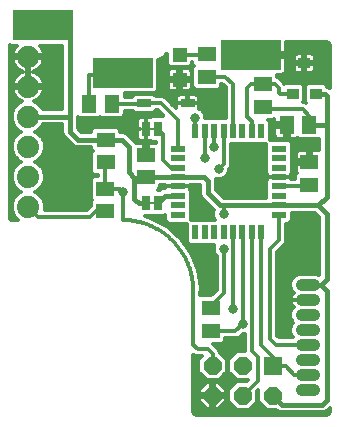
<source format=gtl>
G75*
%MOIN*%
%OFA0B0*%
%FSLAX25Y25*%
%IPPOS*%
%LPD*%
%AMOC8*
5,1,8,0,0,1.08239X$1,22.5*
%
%ADD10R,0.05906X0.05118*%
%ADD11R,0.05118X0.05906*%
%ADD12R,0.05000X0.02200*%
%ADD13R,0.02200X0.05000*%
%ADD14R,0.03937X0.03543*%
%ADD15C,0.04000*%
%ADD16R,0.20000X0.10000*%
%ADD17R,0.04724X0.02756*%
%ADD18R,0.04724X0.04724*%
%ADD19R,0.06000X0.06000*%
%ADD20OC8,0.06000*%
%ADD21C,0.07400*%
%ADD22C,0.00800*%
%ADD23R,0.02500X0.05000*%
%ADD24C,0.01200*%
%ADD25C,0.01600*%
%ADD26C,0.03169*%
D10*
X0061970Y0076660D03*
X0061970Y0084141D03*
X0062012Y0093017D03*
X0062012Y0100497D03*
X0075572Y0095379D03*
X0075572Y0087899D03*
X0114347Y0111517D03*
X0114347Y0118997D03*
X0095725Y0121427D03*
X0095725Y0128907D03*
X0129953Y0092961D03*
X0129953Y0085481D03*
X0097135Y0044238D03*
X0097135Y0036757D03*
D11*
X0122453Y0105320D03*
X0129934Y0105320D03*
X0064075Y0112462D03*
X0056595Y0112462D03*
D12*
X0086049Y0097493D03*
X0086049Y0094344D03*
X0086049Y0091194D03*
X0086049Y0088045D03*
X0086049Y0084895D03*
X0086049Y0081745D03*
X0086049Y0078596D03*
X0086049Y0075446D03*
X0119849Y0075446D03*
X0119849Y0078596D03*
X0119849Y0081745D03*
X0119849Y0084895D03*
X0119849Y0088045D03*
X0119849Y0091194D03*
X0119849Y0094344D03*
X0119849Y0097493D03*
D13*
X0113973Y0103370D03*
X0110823Y0103370D03*
X0107674Y0103370D03*
X0104524Y0103370D03*
X0101375Y0103370D03*
X0098225Y0103370D03*
X0095075Y0103370D03*
X0091926Y0103370D03*
X0091926Y0069570D03*
X0095075Y0069570D03*
X0098225Y0069570D03*
X0101375Y0069570D03*
X0104524Y0069570D03*
X0107674Y0069570D03*
X0110823Y0069570D03*
X0113973Y0069570D03*
D14*
X0124351Y0115726D03*
X0132225Y0115726D03*
X0128288Y0125962D03*
D15*
X0127438Y0052033D02*
X0131438Y0052033D01*
X0131438Y0047033D02*
X0127438Y0047033D01*
X0127438Y0042033D02*
X0131438Y0042033D01*
X0131438Y0037033D02*
X0127438Y0037033D01*
X0127438Y0032033D02*
X0131438Y0032033D01*
X0131438Y0027033D02*
X0127438Y0027033D01*
X0127438Y0022033D02*
X0131438Y0022033D01*
X0131438Y0017033D02*
X0127438Y0017033D01*
D16*
X0067713Y0122844D03*
X0041198Y0138592D03*
X0110627Y0128749D03*
D17*
X0089363Y0112651D03*
X0074796Y0112651D03*
D18*
X0086725Y0120533D03*
X0086725Y0128801D03*
D19*
X0117725Y0025167D03*
D20*
X0107725Y0025167D03*
X0097725Y0025167D03*
X0097725Y0015167D03*
X0107725Y0015167D03*
X0117725Y0015167D03*
D21*
X0036225Y0078167D03*
X0036225Y0088167D03*
X0036225Y0098167D03*
X0036225Y0108167D03*
X0036225Y0118167D03*
X0036225Y0128167D03*
D22*
X0075875Y0104117D02*
X0078875Y0104117D01*
X0078975Y0079367D02*
X0075975Y0079367D01*
D23*
X0075475Y0079367D03*
X0079475Y0079367D03*
X0079375Y0104117D03*
X0075375Y0104117D03*
D24*
X0069225Y0073667D02*
X0069792Y0073624D01*
X0070359Y0073567D01*
X0070923Y0073497D01*
X0071486Y0073413D01*
X0072047Y0073315D01*
X0072605Y0073204D01*
X0073160Y0073079D01*
X0073712Y0072941D01*
X0074261Y0072790D01*
X0074805Y0072625D01*
X0075346Y0072448D01*
X0075882Y0072257D01*
X0076414Y0072053D01*
X0076940Y0071837D01*
X0077461Y0071608D01*
X0077976Y0071367D01*
X0078485Y0071113D01*
X0078988Y0070847D01*
X0079485Y0070568D01*
X0079974Y0070278D01*
X0080457Y0069976D01*
X0080932Y0069663D01*
X0081399Y0069338D01*
X0081858Y0069002D01*
X0082309Y0068655D01*
X0082752Y0068297D01*
X0083185Y0067929D01*
X0083610Y0067550D01*
X0084025Y0067161D01*
X0084431Y0066762D01*
X0084827Y0066354D01*
X0085214Y0065936D01*
X0085589Y0065509D01*
X0085955Y0065073D01*
X0086310Y0064628D01*
X0086654Y0064174D01*
X0086987Y0063713D01*
X0087308Y0063244D01*
X0087619Y0062767D01*
X0087917Y0062282D01*
X0088204Y0061791D01*
X0088479Y0061292D01*
X0088742Y0060788D01*
X0088992Y0060277D01*
X0089230Y0059760D01*
X0089456Y0059237D01*
X0089669Y0058710D01*
X0089869Y0058177D01*
X0090056Y0057640D01*
X0090230Y0057098D01*
X0090391Y0056552D01*
X0090539Y0056002D01*
X0090673Y0055449D01*
X0090794Y0054893D01*
X0090901Y0054335D01*
X0090995Y0053773D01*
X0091076Y0053210D01*
X0091142Y0052645D01*
X0091195Y0052078D01*
X0091235Y0051511D01*
X0091260Y0050942D01*
X0091272Y0050373D01*
X0091270Y0049804D01*
X0091255Y0049235D01*
X0091225Y0048667D01*
X0091225Y0032167D01*
X0092682Y0030710D01*
X0096182Y0030710D01*
X0097725Y0029167D01*
X0097682Y0025210D01*
X0097725Y0025167D01*
X0101359Y0028321D02*
X0104091Y0028321D01*
X0102925Y0027155D02*
X0102925Y0023178D01*
X0105737Y0020367D01*
X0109531Y0020367D01*
X0109131Y0019967D01*
X0105737Y0019967D01*
X0102925Y0017155D01*
X0102925Y0013178D01*
X0105737Y0010367D01*
X0109713Y0010367D01*
X0112525Y0013178D01*
X0112525Y0016573D01*
X0112925Y0016973D01*
X0112925Y0013178D01*
X0115737Y0010367D01*
X0118848Y0010367D01*
X0119252Y0009962D01*
X0120208Y0009567D01*
X0133708Y0009567D01*
X0134742Y0009567D01*
X0135698Y0009962D01*
X0136779Y0011044D01*
X0136779Y0009867D01*
X0136757Y0009643D01*
X0136585Y0009227D01*
X0136267Y0008909D01*
X0135852Y0008737D01*
X0135627Y0008715D01*
X0092320Y0008715D01*
X0092095Y0008737D01*
X0091679Y0008909D01*
X0091361Y0009227D01*
X0091189Y0009643D01*
X0091167Y0009867D01*
X0091167Y0028831D01*
X0091322Y0028675D01*
X0092204Y0028310D01*
X0094080Y0028310D01*
X0092925Y0027155D01*
X0092925Y0023178D01*
X0095737Y0020367D01*
X0099713Y0020367D01*
X0102525Y0023178D01*
X0102525Y0027155D01*
X0100129Y0029551D01*
X0100130Y0029618D01*
X0100125Y0029630D01*
X0100125Y0029644D01*
X0099948Y0030073D01*
X0099774Y0030504D01*
X0099765Y0030514D01*
X0099760Y0030526D01*
X0099431Y0030854D01*
X0099107Y0031186D01*
X0099094Y0031192D01*
X0097888Y0032398D01*
X0100833Y0032398D01*
X0101887Y0033453D01*
X0101887Y0034363D01*
X0104861Y0034366D01*
X0104862Y0034366D01*
X0105338Y0034367D01*
X0105815Y0034367D01*
X0105816Y0034368D01*
X0105817Y0034368D01*
X0106257Y0034551D01*
X0106696Y0034734D01*
X0106697Y0034734D01*
X0106698Y0034735D01*
X0107038Y0035076D01*
X0107371Y0035410D01*
X0107742Y0035782D01*
X0108398Y0035782D01*
X0108575Y0035856D01*
X0108575Y0029967D01*
X0105737Y0029967D01*
X0102925Y0027155D01*
X0102925Y0027122D02*
X0102525Y0027122D01*
X0102525Y0025923D02*
X0102925Y0025923D01*
X0102925Y0024725D02*
X0102525Y0024725D01*
X0102525Y0023526D02*
X0102925Y0023526D01*
X0103776Y0022328D02*
X0101675Y0022328D01*
X0100476Y0021129D02*
X0104974Y0021129D01*
X0105701Y0019931D02*
X0091167Y0019931D01*
X0091167Y0021129D02*
X0094974Y0021129D01*
X0095820Y0019767D02*
X0093125Y0017072D01*
X0093125Y0015567D01*
X0097325Y0015567D01*
X0097325Y0019767D01*
X0095820Y0019767D01*
X0094785Y0018732D02*
X0091167Y0018732D01*
X0091167Y0017534D02*
X0093587Y0017534D01*
X0093125Y0016335D02*
X0091167Y0016335D01*
X0091167Y0015137D02*
X0097325Y0015137D01*
X0097325Y0014767D02*
X0093125Y0014767D01*
X0093125Y0013261D01*
X0095820Y0010567D01*
X0097325Y0010567D01*
X0097325Y0014767D01*
X0097325Y0015567D01*
X0098125Y0015567D01*
X0098125Y0019767D01*
X0099630Y0019767D01*
X0102325Y0017072D01*
X0102325Y0015567D01*
X0098125Y0015567D01*
X0098125Y0014767D01*
X0102325Y0014767D01*
X0102325Y0013261D01*
X0099630Y0010567D01*
X0098125Y0010567D01*
X0098125Y0014767D01*
X0097325Y0014767D01*
X0097325Y0013938D02*
X0098125Y0013938D01*
X0098125Y0012740D02*
X0097325Y0012740D01*
X0097325Y0011541D02*
X0098125Y0011541D01*
X0100605Y0011541D02*
X0104562Y0011541D01*
X0103364Y0012740D02*
X0101804Y0012740D01*
X0102325Y0013938D02*
X0102925Y0013938D01*
X0102925Y0015137D02*
X0098125Y0015137D01*
X0098125Y0016335D02*
X0097325Y0016335D01*
X0097325Y0017534D02*
X0098125Y0017534D01*
X0098125Y0018732D02*
X0097325Y0018732D01*
X0100665Y0018732D02*
X0104503Y0018732D01*
X0103304Y0017534D02*
X0101863Y0017534D01*
X0102325Y0016335D02*
X0102925Y0016335D01*
X0107725Y0015167D02*
X0112725Y0020167D01*
X0112725Y0028167D01*
X0110975Y0029917D01*
X0110975Y0069418D01*
X0110823Y0069570D01*
X0107725Y0069519D02*
X0107674Y0069570D01*
X0107725Y0069519D02*
X0107725Y0039167D01*
X0105335Y0036767D01*
X0097135Y0036757D01*
X0098370Y0031916D02*
X0108575Y0031916D01*
X0108575Y0030718D02*
X0099568Y0030718D01*
X0100161Y0029519D02*
X0105289Y0029519D01*
X0108575Y0033115D02*
X0101549Y0033115D01*
X0101887Y0034313D02*
X0108575Y0034313D01*
X0108575Y0035512D02*
X0107472Y0035512D01*
X0107371Y0035410D02*
X0107371Y0035410D01*
X0113973Y0031919D02*
X0117725Y0028167D01*
X0117725Y0025167D01*
X0117965Y0024927D01*
X0122015Y0024927D01*
X0124925Y0022017D01*
X0131422Y0022017D01*
X0131438Y0022033D01*
X0131438Y0032033D02*
X0131304Y0032167D01*
X0118725Y0032167D01*
X0116849Y0034042D01*
X0116926Y0064001D01*
X0119849Y0066925D01*
X0119849Y0075446D01*
X0122249Y0072546D02*
X0123095Y0072546D01*
X0124149Y0073601D01*
X0124149Y0075996D01*
X0131719Y0075996D01*
X0133125Y0074590D01*
X0133125Y0055447D01*
X0132194Y0055833D01*
X0126682Y0055833D01*
X0125285Y0055254D01*
X0124216Y0054185D01*
X0123638Y0052789D01*
X0123638Y0051277D01*
X0124216Y0049880D01*
X0124705Y0049391D01*
X0124641Y0049328D01*
X0124247Y0048738D01*
X0123976Y0048083D01*
X0123838Y0047387D01*
X0123838Y0047033D01*
X0131438Y0047033D01*
X0131438Y0047033D01*
X0123838Y0047033D01*
X0123838Y0046678D01*
X0123976Y0045983D01*
X0124247Y0045328D01*
X0124641Y0044738D01*
X0124705Y0044674D01*
X0124216Y0044185D01*
X0123638Y0042789D01*
X0123638Y0041277D01*
X0124216Y0039880D01*
X0124564Y0039533D01*
X0124216Y0039185D01*
X0123638Y0037789D01*
X0123638Y0036277D01*
X0124216Y0034880D01*
X0124530Y0034567D01*
X0119719Y0034567D01*
X0119252Y0035034D01*
X0119323Y0063005D01*
X0121884Y0065565D01*
X0122249Y0066448D01*
X0122249Y0072546D01*
X0123214Y0072665D02*
X0133125Y0072665D01*
X0133125Y0071467D02*
X0122249Y0071467D01*
X0122249Y0070268D02*
X0133125Y0070268D01*
X0133125Y0069070D02*
X0122249Y0069070D01*
X0122249Y0067871D02*
X0133125Y0067871D01*
X0133125Y0066673D02*
X0122249Y0066673D01*
X0121793Y0065474D02*
X0133125Y0065474D01*
X0133125Y0064276D02*
X0120595Y0064276D01*
X0119396Y0063077D02*
X0133125Y0063077D01*
X0133125Y0061879D02*
X0119320Y0061879D01*
X0119317Y0060680D02*
X0133125Y0060680D01*
X0133125Y0059482D02*
X0119314Y0059482D01*
X0119311Y0058283D02*
X0133125Y0058283D01*
X0133125Y0057085D02*
X0119308Y0057085D01*
X0119305Y0055886D02*
X0133125Y0055886D01*
X0124719Y0054688D02*
X0119302Y0054688D01*
X0119299Y0053489D02*
X0123928Y0053489D01*
X0123638Y0052291D02*
X0119296Y0052291D01*
X0119293Y0051092D02*
X0123714Y0051092D01*
X0124211Y0049894D02*
X0119290Y0049894D01*
X0119287Y0048695D02*
X0124230Y0048695D01*
X0123859Y0047497D02*
X0119284Y0047497D01*
X0119281Y0046298D02*
X0123913Y0046298D01*
X0124400Y0045100D02*
X0119278Y0045100D01*
X0119275Y0043901D02*
X0124098Y0043901D01*
X0123638Y0042703D02*
X0119272Y0042703D01*
X0119268Y0041504D02*
X0123638Y0041504D01*
X0124040Y0040306D02*
X0119265Y0040306D01*
X0119262Y0039107D02*
X0124184Y0039107D01*
X0123687Y0037909D02*
X0119259Y0037909D01*
X0119256Y0036710D02*
X0123638Y0036710D01*
X0123955Y0035512D02*
X0119253Y0035512D01*
X0113973Y0031919D02*
X0113973Y0069570D01*
X0104625Y0069469D02*
X0104524Y0069570D01*
X0104625Y0069469D02*
X0104625Y0044217D01*
X0101425Y0049417D02*
X0101425Y0064117D01*
X0099025Y0061731D02*
X0099025Y0050411D01*
X0097211Y0048597D01*
X0093625Y0048597D01*
X0093806Y0051431D01*
X0093806Y0051431D01*
X0092871Y0057203D01*
X0092871Y0057203D01*
X0090675Y0062622D01*
X0087328Y0067417D01*
X0082998Y0071346D01*
X0077902Y0074214D01*
X0077902Y0074214D01*
X0075025Y0075067D01*
X0077471Y0075067D01*
X0077475Y0075071D01*
X0077479Y0075067D01*
X0081471Y0075067D01*
X0081749Y0075345D01*
X0081749Y0073601D01*
X0082804Y0072546D01*
X0089026Y0072546D01*
X0089026Y0066324D01*
X0090080Y0065270D01*
X0098240Y0065270D01*
X0098041Y0064790D01*
X0098041Y0063443D01*
X0098556Y0062200D01*
X0099025Y0061731D01*
X0098877Y0061879D02*
X0090976Y0061879D01*
X0090675Y0062622D02*
X0090675Y0062622D01*
X0090357Y0063077D02*
X0098192Y0063077D01*
X0098041Y0064276D02*
X0089521Y0064276D01*
X0089876Y0065474D02*
X0088684Y0065474D01*
X0089026Y0066673D02*
X0087847Y0066673D01*
X0087328Y0067417D02*
X0087328Y0067417D01*
X0086827Y0067871D02*
X0089026Y0067871D01*
X0089026Y0069070D02*
X0085506Y0069070D01*
X0084186Y0070268D02*
X0089026Y0070268D01*
X0089026Y0071467D02*
X0082784Y0071467D01*
X0082998Y0071346D02*
X0082998Y0071346D01*
X0082685Y0072665D02*
X0080654Y0072665D01*
X0081749Y0073864D02*
X0078524Y0073864D01*
X0081749Y0075062D02*
X0075039Y0075062D01*
X0069225Y0073667D02*
X0067725Y0073667D01*
X0067725Y0083167D01*
X0066751Y0084141D01*
X0061970Y0084141D01*
X0061970Y0092974D01*
X0062012Y0093017D01*
X0057260Y0093040D02*
X0038832Y0093040D01*
X0038526Y0093167D02*
X0039341Y0093504D01*
X0040888Y0095051D01*
X0041725Y0097073D01*
X0041725Y0099261D01*
X0040888Y0101282D01*
X0039341Y0102829D01*
X0038526Y0103167D01*
X0039341Y0103504D01*
X0040888Y0105051D01*
X0041101Y0105567D01*
X0047625Y0105567D01*
X0047625Y0102649D01*
X0048021Y0101694D01*
X0051384Y0098331D01*
X0052340Y0097935D01*
X0057260Y0097935D01*
X0057260Y0097193D01*
X0057695Y0096757D01*
X0057260Y0096322D01*
X0057260Y0089712D01*
X0058314Y0088658D01*
X0059570Y0088658D01*
X0059570Y0088500D01*
X0058271Y0088500D01*
X0057217Y0087445D01*
X0057217Y0080836D01*
X0057652Y0080401D01*
X0057217Y0079965D01*
X0057217Y0078552D01*
X0056684Y0078020D01*
X0056684Y0078020D01*
X0055731Y0077067D01*
X0041723Y0077067D01*
X0041725Y0077073D01*
X0041725Y0079261D01*
X0040888Y0081282D01*
X0039341Y0082829D01*
X0038526Y0083167D01*
X0039341Y0083504D01*
X0040888Y0085051D01*
X0041725Y0087073D01*
X0041725Y0089261D01*
X0040888Y0091282D01*
X0039341Y0092829D01*
X0038526Y0093167D01*
X0040075Y0094239D02*
X0057260Y0094239D01*
X0057260Y0095437D02*
X0041048Y0095437D01*
X0041544Y0096636D02*
X0057574Y0096636D01*
X0057260Y0097834D02*
X0041725Y0097834D01*
X0041725Y0099033D02*
X0050682Y0099033D01*
X0049484Y0100231D02*
X0041323Y0100231D01*
X0040740Y0101430D02*
X0048285Y0101430D01*
X0047634Y0102628D02*
X0039542Y0102628D01*
X0039663Y0103827D02*
X0047625Y0103827D01*
X0047625Y0105025D02*
X0040862Y0105025D01*
X0041101Y0110767D02*
X0040888Y0111282D01*
X0039341Y0112829D01*
X0038284Y0113267D01*
X0039003Y0113634D01*
X0039678Y0114124D01*
X0040268Y0114714D01*
X0040758Y0115389D01*
X0041137Y0116132D01*
X0041395Y0116926D01*
X0041525Y0117750D01*
X0041525Y0117767D01*
X0036625Y0117767D01*
X0036625Y0118567D01*
X0035825Y0118567D01*
X0035825Y0123467D01*
X0035825Y0127767D01*
X0030925Y0127767D01*
X0030925Y0127750D01*
X0031056Y0126926D01*
X0031313Y0126132D01*
X0031692Y0125389D01*
X0032182Y0124714D01*
X0032772Y0124124D01*
X0033447Y0123634D01*
X0034191Y0123255D01*
X0034462Y0123167D01*
X0034191Y0123078D01*
X0033447Y0122700D01*
X0032772Y0122209D01*
X0032182Y0121619D01*
X0031692Y0120944D01*
X0031313Y0120201D01*
X0031056Y0119408D01*
X0030925Y0118584D01*
X0030925Y0118567D01*
X0035825Y0118567D01*
X0035825Y0117767D01*
X0030925Y0117767D01*
X0030925Y0117750D01*
X0031056Y0116926D01*
X0031313Y0116132D01*
X0031692Y0115389D01*
X0032182Y0114714D01*
X0032772Y0114124D01*
X0033447Y0113634D01*
X0034167Y0113267D01*
X0033110Y0112829D01*
X0031562Y0111282D01*
X0030725Y0109261D01*
X0030725Y0107073D01*
X0031562Y0105051D01*
X0033110Y0103504D01*
X0033924Y0103167D01*
X0033110Y0102829D01*
X0031562Y0101282D01*
X0030725Y0099261D01*
X0030725Y0097073D01*
X0031562Y0095051D01*
X0033110Y0093504D01*
X0033924Y0093167D01*
X0033110Y0092829D01*
X0031562Y0091282D01*
X0030725Y0089261D01*
X0030725Y0087073D01*
X0031562Y0085051D01*
X0033110Y0083504D01*
X0033924Y0083167D01*
X0033110Y0082829D01*
X0031562Y0081282D01*
X0030725Y0079261D01*
X0030725Y0077073D01*
X0031562Y0075051D01*
X0032938Y0073675D01*
X0031296Y0073675D01*
X0031071Y0073697D01*
X0031071Y0073697D01*
X0030655Y0073870D01*
X0030337Y0074188D01*
X0030165Y0074603D01*
X0030143Y0074828D01*
X0030143Y0132101D01*
X0030452Y0131792D01*
X0032355Y0131792D01*
X0032182Y0131619D01*
X0031692Y0130944D01*
X0031313Y0130201D01*
X0031056Y0129408D01*
X0030925Y0128584D01*
X0030925Y0128567D01*
X0035825Y0128567D01*
X0035825Y0127767D01*
X0036625Y0127767D01*
X0036625Y0128567D01*
X0041525Y0128567D01*
X0041525Y0128584D01*
X0041395Y0129408D01*
X0041137Y0130201D01*
X0040758Y0130944D01*
X0040268Y0131619D01*
X0040095Y0131792D01*
X0047625Y0131792D01*
X0047625Y0110767D01*
X0041101Y0110767D01*
X0040997Y0111018D02*
X0047625Y0111018D01*
X0047625Y0112216D02*
X0039954Y0112216D01*
X0038573Y0113415D02*
X0047625Y0113415D01*
X0047625Y0114613D02*
X0040167Y0114613D01*
X0040974Y0115812D02*
X0047625Y0115812D01*
X0047625Y0117010D02*
X0041408Y0117010D01*
X0041525Y0118567D02*
X0041525Y0118584D01*
X0041395Y0119408D01*
X0041137Y0120201D01*
X0040758Y0120944D01*
X0040268Y0121619D01*
X0039678Y0122209D01*
X0039003Y0122700D01*
X0038260Y0123078D01*
X0037988Y0123167D01*
X0038260Y0123255D01*
X0039003Y0123634D01*
X0039678Y0124124D01*
X0040268Y0124714D01*
X0040758Y0125389D01*
X0041137Y0126132D01*
X0041395Y0126926D01*
X0041525Y0127750D01*
X0041525Y0127767D01*
X0036625Y0127767D01*
X0036625Y0118567D01*
X0041525Y0118567D01*
X0041395Y0119407D02*
X0047625Y0119407D01*
X0047625Y0118209D02*
X0036625Y0118209D01*
X0035825Y0118209D02*
X0030143Y0118209D01*
X0030143Y0119407D02*
X0031056Y0119407D01*
X0031520Y0120606D02*
X0030143Y0120606D01*
X0030143Y0121804D02*
X0032367Y0121804D01*
X0034043Y0123003D02*
X0030143Y0123003D01*
X0030143Y0124201D02*
X0032695Y0124201D01*
X0031686Y0125400D02*
X0030143Y0125400D01*
X0030143Y0126598D02*
X0031162Y0126598D01*
X0030143Y0127797D02*
X0035825Y0127797D01*
X0036625Y0127797D02*
X0047625Y0127797D01*
X0047625Y0128995D02*
X0041460Y0128995D01*
X0041139Y0130194D02*
X0047625Y0130194D01*
X0047625Y0131392D02*
X0040433Y0131392D01*
X0041288Y0126598D02*
X0047625Y0126598D01*
X0047625Y0125400D02*
X0040764Y0125400D01*
X0039755Y0124201D02*
X0047625Y0124201D01*
X0047625Y0123003D02*
X0038408Y0123003D01*
X0036625Y0123003D02*
X0035825Y0123003D01*
X0035825Y0124201D02*
X0036625Y0124201D01*
X0036625Y0125400D02*
X0035825Y0125400D01*
X0035825Y0126598D02*
X0036625Y0126598D01*
X0036625Y0121804D02*
X0035825Y0121804D01*
X0035825Y0120606D02*
X0036625Y0120606D01*
X0036625Y0119407D02*
X0035825Y0119407D01*
X0040083Y0121804D02*
X0047625Y0121804D01*
X0047625Y0120606D02*
X0040931Y0120606D01*
X0033877Y0113415D02*
X0030143Y0113415D01*
X0030143Y0114613D02*
X0032283Y0114613D01*
X0031477Y0115812D02*
X0030143Y0115812D01*
X0030143Y0117010D02*
X0031042Y0117010D01*
X0030143Y0112216D02*
X0032497Y0112216D01*
X0031453Y0111018D02*
X0030143Y0111018D01*
X0030143Y0109819D02*
X0030956Y0109819D01*
X0030725Y0108621D02*
X0030143Y0108621D01*
X0030143Y0107422D02*
X0030725Y0107422D01*
X0031077Y0106224D02*
X0030143Y0106224D01*
X0030143Y0105025D02*
X0031588Y0105025D01*
X0032787Y0103827D02*
X0030143Y0103827D01*
X0030143Y0102628D02*
X0032908Y0102628D01*
X0031710Y0101430D02*
X0030143Y0101430D01*
X0030143Y0100231D02*
X0031127Y0100231D01*
X0030725Y0099033D02*
X0030143Y0099033D01*
X0030143Y0097834D02*
X0030725Y0097834D01*
X0030906Y0096636D02*
X0030143Y0096636D01*
X0030143Y0095437D02*
X0031403Y0095437D01*
X0032375Y0094239D02*
X0030143Y0094239D01*
X0030143Y0093040D02*
X0033618Y0093040D01*
X0032122Y0091842D02*
X0030143Y0091842D01*
X0030143Y0090643D02*
X0031298Y0090643D01*
X0030801Y0089445D02*
X0030143Y0089445D01*
X0030143Y0088246D02*
X0030725Y0088246D01*
X0030735Y0087048D02*
X0030143Y0087048D01*
X0030143Y0085849D02*
X0031232Y0085849D01*
X0031963Y0084651D02*
X0030143Y0084651D01*
X0030143Y0083452D02*
X0033235Y0083452D01*
X0032534Y0082254D02*
X0030143Y0082254D01*
X0030143Y0081055D02*
X0031468Y0081055D01*
X0030972Y0079856D02*
X0030143Y0079856D01*
X0030143Y0078658D02*
X0030725Y0078658D01*
X0030725Y0077459D02*
X0030143Y0077459D01*
X0030143Y0076261D02*
X0031061Y0076261D01*
X0031558Y0075062D02*
X0030143Y0075062D01*
X0030669Y0073864D02*
X0032750Y0073864D01*
X0036225Y0077989D02*
X0039548Y0074667D01*
X0056725Y0074667D01*
X0058719Y0076660D01*
X0061970Y0076660D01*
X0057217Y0078658D02*
X0041725Y0078658D01*
X0041725Y0077459D02*
X0056124Y0077459D01*
X0057217Y0079856D02*
X0041478Y0079856D01*
X0040982Y0081055D02*
X0057217Y0081055D01*
X0057217Y0082254D02*
X0039916Y0082254D01*
X0039215Y0083452D02*
X0057217Y0083452D01*
X0057217Y0084651D02*
X0040487Y0084651D01*
X0041218Y0085849D02*
X0057217Y0085849D01*
X0057217Y0087048D02*
X0041715Y0087048D01*
X0041725Y0088246D02*
X0058018Y0088246D01*
X0057528Y0089445D02*
X0041649Y0089445D01*
X0041152Y0090643D02*
X0057260Y0090643D01*
X0057260Y0091842D02*
X0040328Y0091842D01*
X0052825Y0104244D02*
X0052825Y0108175D01*
X0053291Y0107709D01*
X0059900Y0107709D01*
X0060335Y0108145D01*
X0060771Y0107709D01*
X0067380Y0107709D01*
X0068435Y0108764D01*
X0068435Y0110062D01*
X0071099Y0110062D01*
X0071688Y0109473D01*
X0077904Y0109473D01*
X0078682Y0110251D01*
X0079397Y0110251D01*
X0081231Y0108417D01*
X0077379Y0108417D01*
X0077107Y0108144D01*
X0076836Y0108217D01*
X0075400Y0108217D01*
X0075400Y0106317D01*
X0075350Y0106317D01*
X0075350Y0108217D01*
X0073914Y0108217D01*
X0073507Y0108108D01*
X0073143Y0107897D01*
X0072845Y0107599D01*
X0072634Y0107234D01*
X0072525Y0106827D01*
X0072525Y0104142D01*
X0073675Y0104142D01*
X0073675Y0104092D01*
X0072525Y0104092D01*
X0072525Y0101406D01*
X0072634Y0100999D01*
X0072845Y0100634D01*
X0073143Y0100336D01*
X0073507Y0100126D01*
X0073914Y0100017D01*
X0075350Y0100017D01*
X0075350Y0101917D01*
X0075400Y0101917D01*
X0075400Y0100017D01*
X0076836Y0100017D01*
X0077107Y0100089D01*
X0077379Y0099817D01*
X0078775Y0099817D01*
X0078775Y0099528D01*
X0078735Y0099538D01*
X0076171Y0099538D01*
X0076171Y0095979D01*
X0074972Y0095979D01*
X0074972Y0099538D01*
X0072408Y0099538D01*
X0072015Y0099433D01*
X0071929Y0099639D01*
X0071198Y0100371D01*
X0068867Y0102702D01*
X0067912Y0103097D01*
X0066765Y0103097D01*
X0066765Y0103802D01*
X0065711Y0104856D01*
X0058314Y0104856D01*
X0057260Y0103802D01*
X0057260Y0103135D01*
X0053934Y0103135D01*
X0052825Y0104244D01*
X0053242Y0103827D02*
X0057284Y0103827D01*
X0052825Y0105025D02*
X0072525Y0105025D01*
X0072525Y0103827D02*
X0066741Y0103827D01*
X0068940Y0102628D02*
X0072525Y0102628D01*
X0072525Y0101430D02*
X0070139Y0101430D01*
X0071337Y0100231D02*
X0073325Y0100231D01*
X0075350Y0100231D02*
X0075400Y0100231D01*
X0075400Y0101430D02*
X0075350Y0101430D01*
X0074972Y0099033D02*
X0076171Y0099033D01*
X0076171Y0097834D02*
X0074972Y0097834D01*
X0074972Y0096636D02*
X0076171Y0096636D01*
X0081175Y0093717D02*
X0081175Y0102317D01*
X0079375Y0104117D01*
X0081027Y0108621D02*
X0068292Y0108621D01*
X0068435Y0109819D02*
X0071342Y0109819D01*
X0072743Y0107422D02*
X0052825Y0107422D01*
X0052825Y0106224D02*
X0072525Y0106224D01*
X0075350Y0107422D02*
X0075400Y0107422D01*
X0078250Y0109819D02*
X0079828Y0109819D01*
X0080391Y0112651D02*
X0086025Y0107017D01*
X0086025Y0097518D01*
X0086049Y0097493D01*
X0081175Y0093717D02*
X0083698Y0091194D01*
X0086049Y0091194D01*
X0086049Y0084895D02*
X0081949Y0084895D01*
X0081949Y0085445D01*
X0080324Y0085445D01*
X0080324Y0084594D01*
X0079397Y0083667D01*
X0080098Y0083667D01*
X0080381Y0083950D01*
X0081337Y0084345D01*
X0081949Y0084345D01*
X0081949Y0084895D01*
X0086049Y0084895D01*
X0086049Y0084895D01*
X0086050Y0084895D02*
X0090149Y0084895D01*
X0090149Y0085445D01*
X0093625Y0085445D01*
X0093625Y0082149D01*
X0094021Y0081194D01*
X0098256Y0076959D01*
X0097991Y0076319D01*
X0097991Y0074973D01*
X0098448Y0073870D01*
X0096379Y0073870D01*
X0090349Y0073870D01*
X0090349Y0083591D01*
X0090149Y0083791D01*
X0090149Y0084895D01*
X0086050Y0084895D01*
X0086050Y0084895D01*
X0090149Y0084651D02*
X0093625Y0084651D01*
X0093625Y0083452D02*
X0090349Y0083452D01*
X0090349Y0082254D02*
X0093625Y0082254D01*
X0094160Y0081055D02*
X0090349Y0081055D01*
X0090349Y0079856D02*
X0095358Y0079856D01*
X0096557Y0078658D02*
X0090349Y0078658D01*
X0090349Y0077459D02*
X0097755Y0077459D01*
X0097991Y0076261D02*
X0090349Y0076261D01*
X0090349Y0075062D02*
X0097991Y0075062D01*
X0101375Y0075646D02*
X0101375Y0078596D01*
X0101373Y0081196D02*
X0098825Y0083744D01*
X0098825Y0087184D01*
X0098729Y0087416D01*
X0099052Y0087282D01*
X0100398Y0087282D01*
X0101642Y0087798D01*
X0102594Y0088750D01*
X0103109Y0089993D01*
X0103109Y0090657D01*
X0103409Y0090957D01*
X0103775Y0091839D01*
X0103775Y0099070D01*
X0115549Y0099070D01*
X0115549Y0089349D01*
X0115749Y0089149D01*
X0115749Y0088045D01*
X0119849Y0088045D01*
X0119849Y0088045D01*
X0115749Y0088045D01*
X0115749Y0086941D01*
X0115549Y0086741D01*
X0115549Y0081196D01*
X0101373Y0081196D01*
X0100315Y0082254D02*
X0115549Y0082254D01*
X0115549Y0083452D02*
X0099117Y0083452D01*
X0098825Y0084651D02*
X0115549Y0084651D01*
X0115549Y0085849D02*
X0098825Y0085849D01*
X0098825Y0087048D02*
X0115749Y0087048D01*
X0115749Y0088246D02*
X0102091Y0088246D01*
X0102882Y0089445D02*
X0115549Y0089445D01*
X0115549Y0090643D02*
X0103109Y0090643D01*
X0103775Y0091842D02*
X0115549Y0091842D01*
X0115549Y0093040D02*
X0103775Y0093040D01*
X0103775Y0094239D02*
X0115549Y0094239D01*
X0115549Y0095437D02*
X0103775Y0095437D01*
X0103775Y0096636D02*
X0115549Y0096636D01*
X0115549Y0097834D02*
X0103775Y0097834D01*
X0103775Y0099033D02*
X0115549Y0099033D01*
X0116873Y0100393D02*
X0116873Y0106615D01*
X0116330Y0107158D01*
X0118045Y0107158D01*
X0118294Y0107407D01*
X0118294Y0105920D01*
X0121853Y0105920D01*
X0121853Y0104720D01*
X0118294Y0104720D01*
X0118294Y0102157D01*
X0118403Y0101750D01*
X0118614Y0101385D01*
X0118912Y0101087D01*
X0119277Y0100876D01*
X0119684Y0100767D01*
X0121853Y0100767D01*
X0121853Y0104720D01*
X0123053Y0104720D01*
X0123053Y0100767D01*
X0125223Y0100767D01*
X0125630Y0100876D01*
X0125995Y0101087D01*
X0126052Y0101144D01*
X0126629Y0100567D01*
X0133125Y0100567D01*
X0133125Y0097118D01*
X0133116Y0097120D01*
X0130553Y0097120D01*
X0130553Y0093561D01*
X0129353Y0093561D01*
X0129353Y0097120D01*
X0126789Y0097120D01*
X0126382Y0097011D01*
X0126017Y0096801D01*
X0125720Y0096503D01*
X0125509Y0096138D01*
X0125400Y0095731D01*
X0125400Y0093561D01*
X0129353Y0093561D01*
X0129353Y0092361D01*
X0125400Y0092361D01*
X0125400Y0090191D01*
X0125509Y0089785D01*
X0125720Y0089420D01*
X0125777Y0089362D01*
X0125200Y0088785D01*
X0125200Y0087295D01*
X0123949Y0087295D01*
X0123949Y0088045D01*
X0123949Y0089149D01*
X0124149Y0089349D01*
X0124149Y0099339D01*
X0123095Y0100393D01*
X0116873Y0100393D01*
X0116873Y0101430D02*
X0118588Y0101430D01*
X0118294Y0102628D02*
X0116873Y0102628D01*
X0116873Y0103827D02*
X0118294Y0103827D01*
X0116873Y0105025D02*
X0121853Y0105025D01*
X0121853Y0103827D02*
X0123053Y0103827D01*
X0123053Y0102628D02*
X0121853Y0102628D01*
X0121853Y0101430D02*
X0123053Y0101430D01*
X0123257Y0100231D02*
X0133125Y0100231D01*
X0133125Y0099033D02*
X0124149Y0099033D01*
X0124149Y0097834D02*
X0133125Y0097834D01*
X0130553Y0096636D02*
X0129353Y0096636D01*
X0129353Y0095437D02*
X0130553Y0095437D01*
X0130553Y0094239D02*
X0129353Y0094239D01*
X0129353Y0093040D02*
X0124149Y0093040D01*
X0124149Y0091842D02*
X0125400Y0091842D01*
X0125400Y0090643D02*
X0124149Y0090643D01*
X0124149Y0089445D02*
X0125705Y0089445D01*
X0125200Y0088246D02*
X0123949Y0088246D01*
X0123949Y0088045D02*
X0119850Y0088045D01*
X0119850Y0088045D01*
X0123949Y0088045D01*
X0119849Y0084895D02*
X0129932Y0084895D01*
X0129953Y0085481D01*
X0125400Y0094239D02*
X0124149Y0094239D01*
X0124149Y0095437D02*
X0125400Y0095437D01*
X0125853Y0096636D02*
X0124149Y0096636D01*
X0129934Y0105320D02*
X0129934Y0108458D01*
X0127725Y0110667D01*
X0115198Y0110667D01*
X0114347Y0111517D01*
X0116873Y0106224D02*
X0118294Y0106224D01*
X0110725Y0106667D02*
X0110725Y0103468D01*
X0110823Y0103370D01*
X0110825Y0103371D01*
X0110725Y0106667D02*
X0109225Y0108167D01*
X0109225Y0117667D01*
X0110556Y0118997D01*
X0114347Y0118997D01*
X0118394Y0118997D01*
X0119725Y0117667D01*
X0119725Y0116167D01*
X0120225Y0115667D01*
X0124292Y0115667D01*
X0124351Y0115726D01*
X0128120Y0115812D02*
X0128457Y0115812D01*
X0128457Y0117010D02*
X0128120Y0117010D01*
X0128120Y0118209D02*
X0128457Y0118209D01*
X0128457Y0118243D02*
X0128457Y0113208D01*
X0128878Y0112787D01*
X0128202Y0113067D01*
X0127978Y0113067D01*
X0128120Y0113208D01*
X0128120Y0118243D01*
X0127065Y0119297D01*
X0121637Y0119297D01*
X0121563Y0119223D01*
X0121085Y0119701D01*
X0119754Y0121032D01*
X0119100Y0121303D01*
X0119100Y0122149D01*
X0120837Y0122149D01*
X0121244Y0122258D01*
X0121609Y0122469D01*
X0121907Y0122767D01*
X0122118Y0123132D01*
X0122227Y0123539D01*
X0122227Y0128149D01*
X0111227Y0128149D01*
X0111227Y0129349D01*
X0122227Y0129349D01*
X0122227Y0133067D01*
X0135627Y0133067D01*
X0135852Y0133045D01*
X0136267Y0132873D01*
X0136585Y0132555D01*
X0136757Y0132140D01*
X0136779Y0131915D01*
X0136779Y0117789D01*
X0136698Y0117871D01*
X0135994Y0118163D01*
X0135994Y0118243D01*
X0134939Y0119297D01*
X0129511Y0119297D01*
X0128457Y0118243D01*
X0128457Y0114613D02*
X0128120Y0114613D01*
X0128120Y0113415D02*
X0128457Y0113415D01*
X0135994Y0118209D02*
X0136779Y0118209D01*
X0136779Y0119407D02*
X0121378Y0119407D01*
X0120180Y0120606D02*
X0136779Y0120606D01*
X0136779Y0121804D02*
X0119100Y0121804D01*
X0122043Y0123003D02*
X0125244Y0123003D01*
X0125337Y0122910D02*
X0125702Y0122699D01*
X0126109Y0122590D01*
X0128002Y0122590D01*
X0128002Y0125676D01*
X0124720Y0125676D01*
X0124720Y0123980D01*
X0124829Y0123573D01*
X0125039Y0123208D01*
X0125337Y0122910D01*
X0124720Y0124201D02*
X0122227Y0124201D01*
X0122227Y0125400D02*
X0124720Y0125400D01*
X0124720Y0126248D02*
X0128002Y0126248D01*
X0128002Y0129334D01*
X0126109Y0129334D01*
X0125702Y0129225D01*
X0125337Y0129014D01*
X0125039Y0128716D01*
X0124829Y0128351D01*
X0124720Y0127944D01*
X0124720Y0126248D01*
X0124720Y0126598D02*
X0122227Y0126598D01*
X0122227Y0127797D02*
X0124720Y0127797D01*
X0125319Y0128995D02*
X0111227Y0128995D01*
X0101925Y0121517D02*
X0095815Y0121517D01*
X0095725Y0121427D01*
X0100478Y0119117D02*
X0100931Y0119117D01*
X0102124Y0117923D01*
X0102124Y0107670D01*
X0095309Y0107670D01*
X0095309Y0108390D01*
X0094794Y0109634D01*
X0093842Y0110586D01*
X0093262Y0110826D01*
X0093325Y0111062D01*
X0093325Y0112562D01*
X0089452Y0112562D01*
X0089452Y0112740D01*
X0093325Y0112740D01*
X0093325Y0114240D01*
X0093216Y0114646D01*
X0093005Y0115011D01*
X0092707Y0115309D01*
X0092343Y0115520D01*
X0091936Y0115629D01*
X0089452Y0115629D01*
X0089452Y0112740D01*
X0089274Y0112740D01*
X0089274Y0115629D01*
X0086790Y0115629D01*
X0086383Y0115520D01*
X0086018Y0115309D01*
X0085720Y0115011D01*
X0085510Y0114646D01*
X0085401Y0114240D01*
X0085401Y0112740D01*
X0089274Y0112740D01*
X0089274Y0112562D01*
X0085401Y0112562D01*
X0085401Y0111062D01*
X0085411Y0111025D01*
X0081750Y0114686D01*
X0080868Y0115051D01*
X0078682Y0115051D01*
X0077904Y0115829D01*
X0071688Y0115829D01*
X0070721Y0114862D01*
X0068435Y0114862D01*
X0068435Y0116044D01*
X0078459Y0116044D01*
X0079513Y0117098D01*
X0079513Y0127173D01*
X0081232Y0127885D01*
X0082563Y0129216D01*
X0082563Y0125693D01*
X0083617Y0124638D01*
X0089833Y0124638D01*
X0090887Y0125693D01*
X0090887Y0126401D01*
X0090972Y0126401D01*
X0090972Y0125602D01*
X0091408Y0125167D01*
X0090972Y0124731D01*
X0090972Y0118122D01*
X0092027Y0117067D01*
X0099423Y0117067D01*
X0100478Y0118122D01*
X0100478Y0119117D01*
X0100478Y0118209D02*
X0101839Y0118209D01*
X0102124Y0117010D02*
X0090190Y0117010D01*
X0090070Y0116890D02*
X0090368Y0117188D01*
X0090578Y0117553D01*
X0090687Y0117960D01*
X0090687Y0119952D01*
X0087306Y0119952D01*
X0087306Y0121114D01*
X0086144Y0121114D01*
X0086144Y0124495D01*
X0084152Y0124495D01*
X0083745Y0124386D01*
X0083380Y0124175D01*
X0083083Y0123877D01*
X0082872Y0123513D01*
X0082763Y0123106D01*
X0082763Y0121114D01*
X0086144Y0121114D01*
X0086144Y0119952D01*
X0082763Y0119952D01*
X0082763Y0117960D01*
X0082872Y0117553D01*
X0083083Y0117188D01*
X0083380Y0116890D01*
X0083745Y0116680D01*
X0084152Y0116571D01*
X0086144Y0116571D01*
X0086144Y0119952D01*
X0087306Y0119952D01*
X0087306Y0116571D01*
X0089298Y0116571D01*
X0089705Y0116680D01*
X0090070Y0116890D01*
X0090687Y0118209D02*
X0090972Y0118209D01*
X0090972Y0119407D02*
X0090687Y0119407D01*
X0090972Y0120606D02*
X0087306Y0120606D01*
X0087306Y0121114D02*
X0090687Y0121114D01*
X0090687Y0123106D01*
X0090578Y0123513D01*
X0090368Y0123877D01*
X0090070Y0124175D01*
X0089705Y0124386D01*
X0089298Y0124495D01*
X0087306Y0124495D01*
X0087306Y0121114D01*
X0087306Y0121804D02*
X0086144Y0121804D01*
X0086144Y0120606D02*
X0079513Y0120606D01*
X0079513Y0121804D02*
X0082763Y0121804D01*
X0082763Y0123003D02*
X0079513Y0123003D01*
X0079513Y0124201D02*
X0083426Y0124201D01*
X0082856Y0125400D02*
X0079513Y0125400D01*
X0079513Y0126598D02*
X0082563Y0126598D01*
X0082563Y0127797D02*
X0081018Y0127797D01*
X0082342Y0128995D02*
X0082563Y0128995D01*
X0086725Y0128801D02*
X0095619Y0128801D01*
X0095725Y0128907D01*
X0091175Y0125400D02*
X0090594Y0125400D01*
X0090972Y0124201D02*
X0090024Y0124201D01*
X0090687Y0123003D02*
X0090972Y0123003D01*
X0090972Y0121804D02*
X0090687Y0121804D01*
X0087306Y0123003D02*
X0086144Y0123003D01*
X0086144Y0124201D02*
X0087306Y0124201D01*
X0087306Y0119407D02*
X0086144Y0119407D01*
X0086144Y0118209D02*
X0087306Y0118209D01*
X0087306Y0117010D02*
X0086144Y0117010D01*
X0085501Y0114613D02*
X0081823Y0114613D01*
X0083021Y0113415D02*
X0085401Y0113415D01*
X0085401Y0112216D02*
X0084220Y0112216D01*
X0080391Y0112651D02*
X0074796Y0112651D01*
X0074607Y0112462D01*
X0064075Y0112462D01*
X0068435Y0115812D02*
X0071671Y0115812D01*
X0077921Y0115812D02*
X0102124Y0115812D01*
X0102124Y0114613D02*
X0093225Y0114613D01*
X0093325Y0113415D02*
X0102124Y0113415D01*
X0102124Y0112216D02*
X0093325Y0112216D01*
X0093313Y0111018D02*
X0102124Y0111018D01*
X0102124Y0109819D02*
X0094608Y0109819D01*
X0095214Y0108621D02*
X0102124Y0108621D01*
X0101375Y0103370D02*
X0101375Y0103370D01*
X0101375Y0092316D01*
X0099725Y0090667D01*
X0095225Y0094267D02*
X0095225Y0103220D01*
X0095075Y0103370D01*
X0091926Y0103370D02*
X0091925Y0103371D01*
X0091925Y0107717D01*
X0089452Y0113415D02*
X0089274Y0113415D01*
X0089274Y0114613D02*
X0089452Y0114613D01*
X0083260Y0117010D02*
X0079425Y0117010D01*
X0079513Y0118209D02*
X0082763Y0118209D01*
X0082763Y0119407D02*
X0079513Y0119407D01*
X0069272Y0124403D02*
X0067713Y0122844D01*
X0067713Y0122167D01*
X0056595Y0122167D01*
X0056595Y0112462D01*
X0030990Y0128995D02*
X0030143Y0128995D01*
X0030143Y0130194D02*
X0031311Y0130194D01*
X0032018Y0131392D02*
X0030143Y0131392D01*
X0041198Y0138592D02*
X0050225Y0138592D01*
X0098225Y0103370D02*
X0098225Y0099467D01*
X0098175Y0098067D01*
X0104524Y0103370D02*
X0104524Y0118917D01*
X0101925Y0121517D01*
X0122227Y0130194D02*
X0136779Y0130194D01*
X0136779Y0131392D02*
X0122227Y0131392D01*
X0122227Y0132591D02*
X0136549Y0132591D01*
X0136779Y0128995D02*
X0131257Y0128995D01*
X0131239Y0129014D02*
X0130874Y0129225D01*
X0130467Y0129334D01*
X0128574Y0129334D01*
X0128574Y0126248D01*
X0128002Y0126248D01*
X0128002Y0125676D01*
X0128574Y0125676D01*
X0128574Y0126248D01*
X0131857Y0126248D01*
X0131857Y0127944D01*
X0131748Y0128351D01*
X0131537Y0128716D01*
X0131239Y0129014D01*
X0131857Y0127797D02*
X0136779Y0127797D01*
X0136779Y0126598D02*
X0131857Y0126598D01*
X0131857Y0125676D02*
X0128574Y0125676D01*
X0128574Y0122590D01*
X0130467Y0122590D01*
X0130874Y0122699D01*
X0131239Y0122910D01*
X0131537Y0123208D01*
X0131748Y0123573D01*
X0131857Y0123980D01*
X0131857Y0125676D01*
X0131857Y0125400D02*
X0136779Y0125400D01*
X0136779Y0124201D02*
X0131857Y0124201D01*
X0131332Y0123003D02*
X0136779Y0123003D01*
X0128574Y0123003D02*
X0128002Y0123003D01*
X0128002Y0124201D02*
X0128574Y0124201D01*
X0128574Y0125400D02*
X0128002Y0125400D01*
X0128002Y0126598D02*
X0128574Y0126598D01*
X0128574Y0127797D02*
X0128002Y0127797D01*
X0128002Y0128995D02*
X0128574Y0128995D01*
X0081949Y0084651D02*
X0080324Y0084651D01*
X0076820Y0088045D02*
X0075572Y0087899D01*
X0091462Y0060680D02*
X0099025Y0060680D01*
X0099025Y0059482D02*
X0091948Y0059482D01*
X0092433Y0058283D02*
X0099025Y0058283D01*
X0099025Y0057085D02*
X0092890Y0057085D01*
X0093085Y0055886D02*
X0099025Y0055886D01*
X0099025Y0054688D02*
X0093279Y0054688D01*
X0093473Y0053489D02*
X0099025Y0053489D01*
X0099025Y0052291D02*
X0093667Y0052291D01*
X0093785Y0051092D02*
X0099025Y0051092D01*
X0098508Y0049894D02*
X0093708Y0049894D01*
X0093632Y0048695D02*
X0097310Y0048695D01*
X0097135Y0045126D02*
X0101425Y0049417D01*
X0097135Y0045126D02*
X0097135Y0044238D01*
X0092179Y0028321D02*
X0091167Y0028321D01*
X0091167Y0027122D02*
X0092925Y0027122D01*
X0092925Y0025923D02*
X0091167Y0025923D01*
X0091167Y0024725D02*
X0092925Y0024725D01*
X0092925Y0023526D02*
X0091167Y0023526D01*
X0091167Y0022328D02*
X0093776Y0022328D01*
X0093125Y0013938D02*
X0091167Y0013938D01*
X0091167Y0012740D02*
X0093646Y0012740D01*
X0094845Y0011541D02*
X0091167Y0011541D01*
X0091167Y0010343D02*
X0118872Y0010343D01*
X0114562Y0011541D02*
X0110888Y0011541D01*
X0112086Y0012740D02*
X0113364Y0012740D01*
X0112925Y0013938D02*
X0112525Y0013938D01*
X0112525Y0015137D02*
X0112925Y0015137D01*
X0112925Y0016335D02*
X0112525Y0016335D01*
X0091444Y0009144D02*
X0136502Y0009144D01*
X0136779Y0010343D02*
X0136078Y0010343D01*
X0133125Y0073864D02*
X0124149Y0073864D01*
X0124149Y0075062D02*
X0132652Y0075062D01*
X0036225Y0077989D02*
X0036225Y0078167D01*
D25*
X0052857Y0100535D02*
X0050225Y0103167D01*
X0050225Y0108167D01*
X0036225Y0108167D01*
X0050225Y0108167D02*
X0050225Y0138592D01*
X0052857Y0100535D02*
X0061975Y0100535D01*
X0062012Y0100497D01*
X0067394Y0100497D01*
X0069725Y0098167D01*
X0069725Y0089767D01*
X0071625Y0087867D01*
X0072375Y0087867D01*
X0071575Y0087067D01*
X0071575Y0080867D01*
X0073075Y0079367D01*
X0075475Y0079367D01*
X0079475Y0079367D02*
X0081854Y0081745D01*
X0086049Y0081745D01*
X0086049Y0088045D02*
X0076820Y0088045D01*
X0076539Y0087867D02*
X0075572Y0087899D01*
X0076539Y0087867D02*
X0072375Y0087867D01*
X0086049Y0088045D02*
X0094847Y0088045D01*
X0096225Y0086667D01*
X0096225Y0082667D01*
X0100296Y0078596D01*
X0101375Y0078596D01*
X0119849Y0078596D01*
X0132796Y0078596D01*
X0135725Y0081525D01*
X0135725Y0105667D01*
X0135379Y0105320D01*
X0129934Y0105320D01*
X0135725Y0105667D02*
X0135725Y0115167D01*
X0135225Y0115667D01*
X0132284Y0115667D01*
X0132225Y0115726D01*
X0132796Y0078596D02*
X0135725Y0075667D01*
X0135725Y0053899D01*
X0133859Y0052033D01*
X0135725Y0050167D01*
X0135725Y0013667D01*
X0134225Y0012167D01*
X0120725Y0012167D01*
X0117725Y0015167D01*
X0131438Y0052033D02*
X0133859Y0052033D01*
D26*
X0126275Y0058517D03*
X0126325Y0073817D03*
X0101375Y0075646D03*
X0101125Y0084217D03*
X0099725Y0090667D03*
X0095225Y0094267D03*
X0098175Y0098067D03*
X0091925Y0107717D03*
X0098125Y0112217D03*
X0081125Y0125217D03*
X0065575Y0106467D03*
X0055625Y0105717D03*
X0046625Y0103217D03*
X0046625Y0113217D03*
X0046625Y0123217D03*
X0055125Y0091217D03*
X0048125Y0079717D03*
X0067725Y0083167D03*
X0086625Y0070717D03*
X0092125Y0076217D03*
X0091720Y0083843D03*
X0111625Y0095717D03*
X0125625Y0098217D03*
X0123125Y0121217D03*
X0133625Y0121217D03*
X0133625Y0130717D03*
X0101425Y0064117D03*
X0094625Y0061717D03*
X0104625Y0044217D03*
X0107725Y0039167D03*
X0102625Y0030717D03*
M02*

</source>
